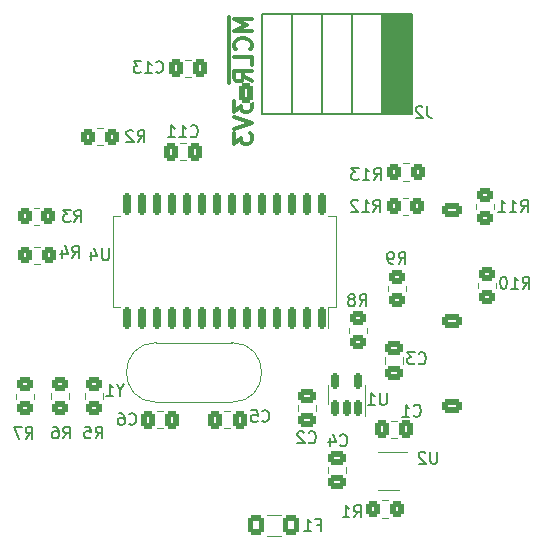
<source format=gbo>
%TF.GenerationSoftware,KiCad,Pcbnew,7.0.8*%
%TF.CreationDate,2024-04-14T14:59:09-04:00*%
%TF.ProjectId,vibBoard,76696242-6f61-4726-942e-6b696361645f,rev?*%
%TF.SameCoordinates,Original*%
%TF.FileFunction,Legend,Bot*%
%TF.FilePolarity,Positive*%
%FSLAX46Y46*%
G04 Gerber Fmt 4.6, Leading zero omitted, Abs format (unit mm)*
G04 Created by KiCad (PCBNEW 7.0.8) date 2024-04-14 14:59:09*
%MOMM*%
%LPD*%
G01*
G04 APERTURE LIST*
G04 Aperture macros list*
%AMRoundRect*
0 Rectangle with rounded corners*
0 $1 Rounding radius*
0 $2 $3 $4 $5 $6 $7 $8 $9 X,Y pos of 4 corners*
0 Add a 4 corners polygon primitive as box body*
4,1,4,$2,$3,$4,$5,$6,$7,$8,$9,$2,$3,0*
0 Add four circle primitives for the rounded corners*
1,1,$1+$1,$2,$3*
1,1,$1+$1,$4,$5*
1,1,$1+$1,$6,$7*
1,1,$1+$1,$8,$9*
0 Add four rect primitives between the rounded corners*
20,1,$1+$1,$2,$3,$4,$5,0*
20,1,$1+$1,$4,$5,$6,$7,0*
20,1,$1+$1,$6,$7,$8,$9,0*
20,1,$1+$1,$8,$9,$2,$3,0*%
G04 Aperture macros list end*
%ADD10C,0.300000*%
%ADD11C,0.150000*%
%ADD12C,0.120000*%
%ADD13C,3.800000*%
%ADD14C,1.000000*%
%ADD15RoundRect,0.250000X0.350000X0.625000X-0.350000X0.625000X-0.350000X-0.625000X0.350000X-0.625000X0*%
%ADD16O,1.200000X1.750000*%
%ADD17RoundRect,0.250000X0.625000X-0.350000X0.625000X0.350000X-0.625000X0.350000X-0.625000X-0.350000X0*%
%ADD18O,1.750000X1.200000*%
%ADD19C,5.600000*%
%ADD20RoundRect,0.250000X0.475000X-0.337500X0.475000X0.337500X-0.475000X0.337500X-0.475000X-0.337500X0*%
%ADD21RoundRect,0.250000X0.350000X0.450000X-0.350000X0.450000X-0.350000X-0.450000X0.350000X-0.450000X0*%
%ADD22RoundRect,0.250000X0.450000X-0.350000X0.450000X0.350000X-0.450000X0.350000X-0.450000X-0.350000X0*%
%ADD23RoundRect,0.250000X-0.450000X0.350000X-0.450000X-0.350000X0.450000X-0.350000X0.450000X0.350000X0*%
%ADD24RoundRect,0.250000X0.337500X0.475000X-0.337500X0.475000X-0.337500X-0.475000X0.337500X-0.475000X0*%
%ADD25RoundRect,0.250000X-0.475000X0.337500X-0.475000X-0.337500X0.475000X-0.337500X0.475000X0.337500X0*%
%ADD26RoundRect,0.250000X-0.337500X-0.475000X0.337500X-0.475000X0.337500X0.475000X-0.337500X0.475000X0*%
%ADD27R,1.560000X0.650000*%
%ADD28RoundRect,0.250000X-0.350000X-0.450000X0.350000X-0.450000X0.350000X0.450000X-0.350000X0.450000X0*%
%ADD29RoundRect,0.250001X-0.462499X-0.624999X0.462499X-0.624999X0.462499X0.624999X-0.462499X0.624999X0*%
%ADD30RoundRect,0.150000X0.150000X-0.750000X0.150000X0.750000X-0.150000X0.750000X-0.150000X-0.750000X0*%
%ADD31RoundRect,0.150000X0.150000X-0.512500X0.150000X0.512500X-0.150000X0.512500X-0.150000X-0.512500X0*%
%ADD32C,1.500000*%
%ADD33R,1.000000X2.000000*%
G04 APERTURE END LIST*
D10*
X150270428Y-93264510D02*
X148770428Y-93264510D01*
X148770428Y-93264510D02*
X149841857Y-93764510D01*
X149841857Y-93764510D02*
X148770428Y-94264510D01*
X148770428Y-94264510D02*
X150270428Y-94264510D01*
X150127571Y-95835939D02*
X150199000Y-95764511D01*
X150199000Y-95764511D02*
X150270428Y-95550225D01*
X150270428Y-95550225D02*
X150270428Y-95407368D01*
X150270428Y-95407368D02*
X150199000Y-95193082D01*
X150199000Y-95193082D02*
X150056142Y-95050225D01*
X150056142Y-95050225D02*
X149913285Y-94978796D01*
X149913285Y-94978796D02*
X149627571Y-94907368D01*
X149627571Y-94907368D02*
X149413285Y-94907368D01*
X149413285Y-94907368D02*
X149127571Y-94978796D01*
X149127571Y-94978796D02*
X148984714Y-95050225D01*
X148984714Y-95050225D02*
X148841857Y-95193082D01*
X148841857Y-95193082D02*
X148770428Y-95407368D01*
X148770428Y-95407368D02*
X148770428Y-95550225D01*
X148770428Y-95550225D02*
X148841857Y-95764511D01*
X148841857Y-95764511D02*
X148913285Y-95835939D01*
X150270428Y-97193082D02*
X150270428Y-96478796D01*
X150270428Y-96478796D02*
X148770428Y-96478796D01*
X150270428Y-98550225D02*
X149556142Y-98050225D01*
X150270428Y-97693082D02*
X148770428Y-97693082D01*
X148770428Y-97693082D02*
X148770428Y-98264511D01*
X148770428Y-98264511D02*
X148841857Y-98407368D01*
X148841857Y-98407368D02*
X148913285Y-98478797D01*
X148913285Y-98478797D02*
X149056142Y-98550225D01*
X149056142Y-98550225D02*
X149270428Y-98550225D01*
X149270428Y-98550225D02*
X149413285Y-98478797D01*
X149413285Y-98478797D02*
X149484714Y-98407368D01*
X149484714Y-98407368D02*
X149556142Y-98264511D01*
X149556142Y-98264511D02*
X149556142Y-97693082D01*
X148354000Y-93057368D02*
X148354000Y-98685940D01*
X148770428Y-100193082D02*
X148770428Y-101121654D01*
X148770428Y-101121654D02*
X149341857Y-100621654D01*
X149341857Y-100621654D02*
X149341857Y-100835939D01*
X149341857Y-100835939D02*
X149413285Y-100978797D01*
X149413285Y-100978797D02*
X149484714Y-101050225D01*
X149484714Y-101050225D02*
X149627571Y-101121654D01*
X149627571Y-101121654D02*
X149984714Y-101121654D01*
X149984714Y-101121654D02*
X150127571Y-101050225D01*
X150127571Y-101050225D02*
X150199000Y-100978797D01*
X150199000Y-100978797D02*
X150270428Y-100835939D01*
X150270428Y-100835939D02*
X150270428Y-100407368D01*
X150270428Y-100407368D02*
X150199000Y-100264511D01*
X150199000Y-100264511D02*
X150127571Y-100193082D01*
X148770428Y-101550225D02*
X150270428Y-102050225D01*
X150270428Y-102050225D02*
X148770428Y-102550225D01*
X148770428Y-102907367D02*
X148770428Y-103835939D01*
X148770428Y-103835939D02*
X149341857Y-103335939D01*
X149341857Y-103335939D02*
X149341857Y-103550224D01*
X149341857Y-103550224D02*
X149413285Y-103693082D01*
X149413285Y-103693082D02*
X149484714Y-103764510D01*
X149484714Y-103764510D02*
X149627571Y-103835939D01*
X149627571Y-103835939D02*
X149984714Y-103835939D01*
X149984714Y-103835939D02*
X150127571Y-103764510D01*
X150127571Y-103764510D02*
X150199000Y-103693082D01*
X150199000Y-103693082D02*
X150270428Y-103550224D01*
X150270428Y-103550224D02*
X150270428Y-103121653D01*
X150270428Y-103121653D02*
X150199000Y-102978796D01*
X150199000Y-102978796D02*
X150127571Y-102907367D01*
D11*
X164403066Y-122406580D02*
X164450685Y-122454200D01*
X164450685Y-122454200D02*
X164593542Y-122501819D01*
X164593542Y-122501819D02*
X164688780Y-122501819D01*
X164688780Y-122501819D02*
X164831637Y-122454200D01*
X164831637Y-122454200D02*
X164926875Y-122358961D01*
X164926875Y-122358961D02*
X164974494Y-122263723D01*
X164974494Y-122263723D02*
X165022113Y-122073247D01*
X165022113Y-122073247D02*
X165022113Y-121930390D01*
X165022113Y-121930390D02*
X164974494Y-121739914D01*
X164974494Y-121739914D02*
X164926875Y-121644676D01*
X164926875Y-121644676D02*
X164831637Y-121549438D01*
X164831637Y-121549438D02*
X164688780Y-121501819D01*
X164688780Y-121501819D02*
X164593542Y-121501819D01*
X164593542Y-121501819D02*
X164450685Y-121549438D01*
X164450685Y-121549438D02*
X164403066Y-121597057D01*
X164069732Y-121501819D02*
X163450685Y-121501819D01*
X163450685Y-121501819D02*
X163784018Y-121882771D01*
X163784018Y-121882771D02*
X163641161Y-121882771D01*
X163641161Y-121882771D02*
X163545923Y-121930390D01*
X163545923Y-121930390D02*
X163498304Y-121978009D01*
X163498304Y-121978009D02*
X163450685Y-122073247D01*
X163450685Y-122073247D02*
X163450685Y-122311342D01*
X163450685Y-122311342D02*
X163498304Y-122406580D01*
X163498304Y-122406580D02*
X163545923Y-122454200D01*
X163545923Y-122454200D02*
X163641161Y-122501819D01*
X163641161Y-122501819D02*
X163926875Y-122501819D01*
X163926875Y-122501819D02*
X164022113Y-122454200D01*
X164022113Y-122454200D02*
X164069732Y-122406580D01*
X135262666Y-110436819D02*
X135595999Y-109960628D01*
X135834094Y-110436819D02*
X135834094Y-109436819D01*
X135834094Y-109436819D02*
X135453142Y-109436819D01*
X135453142Y-109436819D02*
X135357904Y-109484438D01*
X135357904Y-109484438D02*
X135310285Y-109532057D01*
X135310285Y-109532057D02*
X135262666Y-109627295D01*
X135262666Y-109627295D02*
X135262666Y-109770152D01*
X135262666Y-109770152D02*
X135310285Y-109865390D01*
X135310285Y-109865390D02*
X135357904Y-109913009D01*
X135357904Y-109913009D02*
X135453142Y-109960628D01*
X135453142Y-109960628D02*
X135834094Y-109960628D01*
X134929332Y-109436819D02*
X134310285Y-109436819D01*
X134310285Y-109436819D02*
X134643618Y-109817771D01*
X134643618Y-109817771D02*
X134500761Y-109817771D01*
X134500761Y-109817771D02*
X134405523Y-109865390D01*
X134405523Y-109865390D02*
X134357904Y-109913009D01*
X134357904Y-109913009D02*
X134310285Y-110008247D01*
X134310285Y-110008247D02*
X134310285Y-110246342D01*
X134310285Y-110246342D02*
X134357904Y-110341580D01*
X134357904Y-110341580D02*
X134405523Y-110389200D01*
X134405523Y-110389200D02*
X134500761Y-110436819D01*
X134500761Y-110436819D02*
X134786475Y-110436819D01*
X134786475Y-110436819D02*
X134881713Y-110389200D01*
X134881713Y-110389200D02*
X134929332Y-110341580D01*
X173058057Y-109598619D02*
X173391390Y-109122428D01*
X173629485Y-109598619D02*
X173629485Y-108598619D01*
X173629485Y-108598619D02*
X173248533Y-108598619D01*
X173248533Y-108598619D02*
X173153295Y-108646238D01*
X173153295Y-108646238D02*
X173105676Y-108693857D01*
X173105676Y-108693857D02*
X173058057Y-108789095D01*
X173058057Y-108789095D02*
X173058057Y-108931952D01*
X173058057Y-108931952D02*
X173105676Y-109027190D01*
X173105676Y-109027190D02*
X173153295Y-109074809D01*
X173153295Y-109074809D02*
X173248533Y-109122428D01*
X173248533Y-109122428D02*
X173629485Y-109122428D01*
X172105676Y-109598619D02*
X172677104Y-109598619D01*
X172391390Y-109598619D02*
X172391390Y-108598619D01*
X172391390Y-108598619D02*
X172486628Y-108741476D01*
X172486628Y-108741476D02*
X172581866Y-108836714D01*
X172581866Y-108836714D02*
X172677104Y-108884333D01*
X171153295Y-109598619D02*
X171724723Y-109598619D01*
X171439009Y-109598619D02*
X171439009Y-108598619D01*
X171439009Y-108598619D02*
X171534247Y-108741476D01*
X171534247Y-108741476D02*
X171629485Y-108836714D01*
X171629485Y-108836714D02*
X171724723Y-108884333D01*
X173210457Y-116101019D02*
X173543790Y-115624828D01*
X173781885Y-116101019D02*
X173781885Y-115101019D01*
X173781885Y-115101019D02*
X173400933Y-115101019D01*
X173400933Y-115101019D02*
X173305695Y-115148638D01*
X173305695Y-115148638D02*
X173258076Y-115196257D01*
X173258076Y-115196257D02*
X173210457Y-115291495D01*
X173210457Y-115291495D02*
X173210457Y-115434352D01*
X173210457Y-115434352D02*
X173258076Y-115529590D01*
X173258076Y-115529590D02*
X173305695Y-115577209D01*
X173305695Y-115577209D02*
X173400933Y-115624828D01*
X173400933Y-115624828D02*
X173781885Y-115624828D01*
X172258076Y-116101019D02*
X172829504Y-116101019D01*
X172543790Y-116101019D02*
X172543790Y-115101019D01*
X172543790Y-115101019D02*
X172639028Y-115243876D01*
X172639028Y-115243876D02*
X172734266Y-115339114D01*
X172734266Y-115339114D02*
X172829504Y-115386733D01*
X171639028Y-115101019D02*
X171543790Y-115101019D01*
X171543790Y-115101019D02*
X171448552Y-115148638D01*
X171448552Y-115148638D02*
X171400933Y-115196257D01*
X171400933Y-115196257D02*
X171353314Y-115291495D01*
X171353314Y-115291495D02*
X171305695Y-115481971D01*
X171305695Y-115481971D02*
X171305695Y-115720066D01*
X171305695Y-115720066D02*
X171353314Y-115910542D01*
X171353314Y-115910542D02*
X171400933Y-116005780D01*
X171400933Y-116005780D02*
X171448552Y-116053400D01*
X171448552Y-116053400D02*
X171543790Y-116101019D01*
X171543790Y-116101019D02*
X171639028Y-116101019D01*
X171639028Y-116101019D02*
X171734266Y-116053400D01*
X171734266Y-116053400D02*
X171781885Y-116005780D01*
X171781885Y-116005780D02*
X171829504Y-115910542D01*
X171829504Y-115910542D02*
X171877123Y-115720066D01*
X171877123Y-115720066D02*
X171877123Y-115481971D01*
X171877123Y-115481971D02*
X171829504Y-115291495D01*
X171829504Y-115291495D02*
X171781885Y-115196257D01*
X171781885Y-115196257D02*
X171734266Y-115148638D01*
X171734266Y-115148638D02*
X171639028Y-115101019D01*
X134304066Y-128775619D02*
X134637399Y-128299428D01*
X134875494Y-128775619D02*
X134875494Y-127775619D01*
X134875494Y-127775619D02*
X134494542Y-127775619D01*
X134494542Y-127775619D02*
X134399304Y-127823238D01*
X134399304Y-127823238D02*
X134351685Y-127870857D01*
X134351685Y-127870857D02*
X134304066Y-127966095D01*
X134304066Y-127966095D02*
X134304066Y-128108952D01*
X134304066Y-128108952D02*
X134351685Y-128204190D01*
X134351685Y-128204190D02*
X134399304Y-128251809D01*
X134399304Y-128251809D02*
X134494542Y-128299428D01*
X134494542Y-128299428D02*
X134875494Y-128299428D01*
X133446923Y-127775619D02*
X133637399Y-127775619D01*
X133637399Y-127775619D02*
X133732637Y-127823238D01*
X133732637Y-127823238D02*
X133780256Y-127870857D01*
X133780256Y-127870857D02*
X133875494Y-128013714D01*
X133875494Y-128013714D02*
X133923113Y-128204190D01*
X133923113Y-128204190D02*
X133923113Y-128585142D01*
X133923113Y-128585142D02*
X133875494Y-128680380D01*
X133875494Y-128680380D02*
X133827875Y-128728000D01*
X133827875Y-128728000D02*
X133732637Y-128775619D01*
X133732637Y-128775619D02*
X133542161Y-128775619D01*
X133542161Y-128775619D02*
X133446923Y-128728000D01*
X133446923Y-128728000D02*
X133399304Y-128680380D01*
X133399304Y-128680380D02*
X133351685Y-128585142D01*
X133351685Y-128585142D02*
X133351685Y-128347047D01*
X133351685Y-128347047D02*
X133399304Y-128251809D01*
X133399304Y-128251809D02*
X133446923Y-128204190D01*
X133446923Y-128204190D02*
X133542161Y-128156571D01*
X133542161Y-128156571D02*
X133732637Y-128156571D01*
X133732637Y-128156571D02*
X133827875Y-128204190D01*
X133827875Y-128204190D02*
X133875494Y-128251809D01*
X133875494Y-128251809D02*
X133923113Y-128347047D01*
X139888166Y-127537380D02*
X139935785Y-127585000D01*
X139935785Y-127585000D02*
X140078642Y-127632619D01*
X140078642Y-127632619D02*
X140173880Y-127632619D01*
X140173880Y-127632619D02*
X140316737Y-127585000D01*
X140316737Y-127585000D02*
X140411975Y-127489761D01*
X140411975Y-127489761D02*
X140459594Y-127394523D01*
X140459594Y-127394523D02*
X140507213Y-127204047D01*
X140507213Y-127204047D02*
X140507213Y-127061190D01*
X140507213Y-127061190D02*
X140459594Y-126870714D01*
X140459594Y-126870714D02*
X140411975Y-126775476D01*
X140411975Y-126775476D02*
X140316737Y-126680238D01*
X140316737Y-126680238D02*
X140173880Y-126632619D01*
X140173880Y-126632619D02*
X140078642Y-126632619D01*
X140078642Y-126632619D02*
X139935785Y-126680238D01*
X139935785Y-126680238D02*
X139888166Y-126727857D01*
X139031023Y-126632619D02*
X139221499Y-126632619D01*
X139221499Y-126632619D02*
X139316737Y-126680238D01*
X139316737Y-126680238D02*
X139364356Y-126727857D01*
X139364356Y-126727857D02*
X139459594Y-126870714D01*
X139459594Y-126870714D02*
X139507213Y-127061190D01*
X139507213Y-127061190D02*
X139507213Y-127442142D01*
X139507213Y-127442142D02*
X139459594Y-127537380D01*
X139459594Y-127537380D02*
X139411975Y-127585000D01*
X139411975Y-127585000D02*
X139316737Y-127632619D01*
X139316737Y-127632619D02*
X139126261Y-127632619D01*
X139126261Y-127632619D02*
X139031023Y-127585000D01*
X139031023Y-127585000D02*
X138983404Y-127537380D01*
X138983404Y-127537380D02*
X138935785Y-127442142D01*
X138935785Y-127442142D02*
X138935785Y-127204047D01*
X138935785Y-127204047D02*
X138983404Y-127108809D01*
X138983404Y-127108809D02*
X139031023Y-127061190D01*
X139031023Y-127061190D02*
X139126261Y-127013571D01*
X139126261Y-127013571D02*
X139316737Y-127013571D01*
X139316737Y-127013571D02*
X139411975Y-127061190D01*
X139411975Y-127061190D02*
X139459594Y-127108809D01*
X139459594Y-127108809D02*
X139507213Y-127204047D01*
X155081266Y-129086780D02*
X155128885Y-129134400D01*
X155128885Y-129134400D02*
X155271742Y-129182019D01*
X155271742Y-129182019D02*
X155366980Y-129182019D01*
X155366980Y-129182019D02*
X155509837Y-129134400D01*
X155509837Y-129134400D02*
X155605075Y-129039161D01*
X155605075Y-129039161D02*
X155652694Y-128943923D01*
X155652694Y-128943923D02*
X155700313Y-128753447D01*
X155700313Y-128753447D02*
X155700313Y-128610590D01*
X155700313Y-128610590D02*
X155652694Y-128420114D01*
X155652694Y-128420114D02*
X155605075Y-128324876D01*
X155605075Y-128324876D02*
X155509837Y-128229638D01*
X155509837Y-128229638D02*
X155366980Y-128182019D01*
X155366980Y-128182019D02*
X155271742Y-128182019D01*
X155271742Y-128182019D02*
X155128885Y-128229638D01*
X155128885Y-128229638D02*
X155081266Y-128277257D01*
X154700313Y-128277257D02*
X154652694Y-128229638D01*
X154652694Y-128229638D02*
X154557456Y-128182019D01*
X154557456Y-128182019D02*
X154319361Y-128182019D01*
X154319361Y-128182019D02*
X154224123Y-128229638D01*
X154224123Y-128229638D02*
X154176504Y-128277257D01*
X154176504Y-128277257D02*
X154128885Y-128372495D01*
X154128885Y-128372495D02*
X154128885Y-128467733D01*
X154128885Y-128467733D02*
X154176504Y-128610590D01*
X154176504Y-128610590D02*
X154747932Y-129182019D01*
X154747932Y-129182019D02*
X154128885Y-129182019D01*
X142167757Y-97743180D02*
X142215376Y-97790800D01*
X142215376Y-97790800D02*
X142358233Y-97838419D01*
X142358233Y-97838419D02*
X142453471Y-97838419D01*
X142453471Y-97838419D02*
X142596328Y-97790800D01*
X142596328Y-97790800D02*
X142691566Y-97695561D01*
X142691566Y-97695561D02*
X142739185Y-97600323D01*
X142739185Y-97600323D02*
X142786804Y-97409847D01*
X142786804Y-97409847D02*
X142786804Y-97266990D01*
X142786804Y-97266990D02*
X142739185Y-97076514D01*
X142739185Y-97076514D02*
X142691566Y-96981276D01*
X142691566Y-96981276D02*
X142596328Y-96886038D01*
X142596328Y-96886038D02*
X142453471Y-96838419D01*
X142453471Y-96838419D02*
X142358233Y-96838419D01*
X142358233Y-96838419D02*
X142215376Y-96886038D01*
X142215376Y-96886038D02*
X142167757Y-96933657D01*
X141215376Y-97838419D02*
X141786804Y-97838419D01*
X141501090Y-97838419D02*
X141501090Y-96838419D01*
X141501090Y-96838419D02*
X141596328Y-96981276D01*
X141596328Y-96981276D02*
X141691566Y-97076514D01*
X141691566Y-97076514D02*
X141786804Y-97124133D01*
X140882042Y-96838419D02*
X140262995Y-96838419D01*
X140262995Y-96838419D02*
X140596328Y-97219371D01*
X140596328Y-97219371D02*
X140453471Y-97219371D01*
X140453471Y-97219371D02*
X140358233Y-97266990D01*
X140358233Y-97266990D02*
X140310614Y-97314609D01*
X140310614Y-97314609D02*
X140262995Y-97409847D01*
X140262995Y-97409847D02*
X140262995Y-97647942D01*
X140262995Y-97647942D02*
X140310614Y-97743180D01*
X140310614Y-97743180D02*
X140358233Y-97790800D01*
X140358233Y-97790800D02*
X140453471Y-97838419D01*
X140453471Y-97838419D02*
X140739185Y-97838419D01*
X140739185Y-97838419D02*
X140834423Y-97790800D01*
X140834423Y-97790800D02*
X140882042Y-97743180D01*
X159399266Y-117574219D02*
X159732599Y-117098028D01*
X159970694Y-117574219D02*
X159970694Y-116574219D01*
X159970694Y-116574219D02*
X159589742Y-116574219D01*
X159589742Y-116574219D02*
X159494504Y-116621838D01*
X159494504Y-116621838D02*
X159446885Y-116669457D01*
X159446885Y-116669457D02*
X159399266Y-116764695D01*
X159399266Y-116764695D02*
X159399266Y-116907552D01*
X159399266Y-116907552D02*
X159446885Y-117002790D01*
X159446885Y-117002790D02*
X159494504Y-117050409D01*
X159494504Y-117050409D02*
X159589742Y-117098028D01*
X159589742Y-117098028D02*
X159970694Y-117098028D01*
X158827837Y-117002790D02*
X158923075Y-116955171D01*
X158923075Y-116955171D02*
X158970694Y-116907552D01*
X158970694Y-116907552D02*
X159018313Y-116812314D01*
X159018313Y-116812314D02*
X159018313Y-116764695D01*
X159018313Y-116764695D02*
X158970694Y-116669457D01*
X158970694Y-116669457D02*
X158923075Y-116621838D01*
X158923075Y-116621838D02*
X158827837Y-116574219D01*
X158827837Y-116574219D02*
X158637361Y-116574219D01*
X158637361Y-116574219D02*
X158542123Y-116621838D01*
X158542123Y-116621838D02*
X158494504Y-116669457D01*
X158494504Y-116669457D02*
X158446885Y-116764695D01*
X158446885Y-116764695D02*
X158446885Y-116812314D01*
X158446885Y-116812314D02*
X158494504Y-116907552D01*
X158494504Y-116907552D02*
X158542123Y-116955171D01*
X158542123Y-116955171D02*
X158637361Y-117002790D01*
X158637361Y-117002790D02*
X158827837Y-117002790D01*
X158827837Y-117002790D02*
X158923075Y-117050409D01*
X158923075Y-117050409D02*
X158970694Y-117098028D01*
X158970694Y-117098028D02*
X159018313Y-117193266D01*
X159018313Y-117193266D02*
X159018313Y-117383742D01*
X159018313Y-117383742D02*
X158970694Y-117478980D01*
X158970694Y-117478980D02*
X158923075Y-117526600D01*
X158923075Y-117526600D02*
X158827837Y-117574219D01*
X158827837Y-117574219D02*
X158637361Y-117574219D01*
X158637361Y-117574219D02*
X158542123Y-117526600D01*
X158542123Y-117526600D02*
X158494504Y-117478980D01*
X158494504Y-117478980D02*
X158446885Y-117383742D01*
X158446885Y-117383742D02*
X158446885Y-117193266D01*
X158446885Y-117193266D02*
X158494504Y-117098028D01*
X158494504Y-117098028D02*
X158542123Y-117050409D01*
X158542123Y-117050409D02*
X158637361Y-117002790D01*
X137047266Y-128775619D02*
X137380599Y-128299428D01*
X137618694Y-128775619D02*
X137618694Y-127775619D01*
X137618694Y-127775619D02*
X137237742Y-127775619D01*
X137237742Y-127775619D02*
X137142504Y-127823238D01*
X137142504Y-127823238D02*
X137094885Y-127870857D01*
X137094885Y-127870857D02*
X137047266Y-127966095D01*
X137047266Y-127966095D02*
X137047266Y-128108952D01*
X137047266Y-128108952D02*
X137094885Y-128204190D01*
X137094885Y-128204190D02*
X137142504Y-128251809D01*
X137142504Y-128251809D02*
X137237742Y-128299428D01*
X137237742Y-128299428D02*
X137618694Y-128299428D01*
X136142504Y-127775619D02*
X136618694Y-127775619D01*
X136618694Y-127775619D02*
X136666313Y-128251809D01*
X136666313Y-128251809D02*
X136618694Y-128204190D01*
X136618694Y-128204190D02*
X136523456Y-128156571D01*
X136523456Y-128156571D02*
X136285361Y-128156571D01*
X136285361Y-128156571D02*
X136190123Y-128204190D01*
X136190123Y-128204190D02*
X136142504Y-128251809D01*
X136142504Y-128251809D02*
X136094885Y-128347047D01*
X136094885Y-128347047D02*
X136094885Y-128585142D01*
X136094885Y-128585142D02*
X136142504Y-128680380D01*
X136142504Y-128680380D02*
X136190123Y-128728000D01*
X136190123Y-128728000D02*
X136285361Y-128775619D01*
X136285361Y-128775619D02*
X136523456Y-128775619D01*
X136523456Y-128775619D02*
X136618694Y-128728000D01*
X136618694Y-128728000D02*
X136666313Y-128680380D01*
X162701266Y-113992819D02*
X163034599Y-113516628D01*
X163272694Y-113992819D02*
X163272694Y-112992819D01*
X163272694Y-112992819D02*
X162891742Y-112992819D01*
X162891742Y-112992819D02*
X162796504Y-113040438D01*
X162796504Y-113040438D02*
X162748885Y-113088057D01*
X162748885Y-113088057D02*
X162701266Y-113183295D01*
X162701266Y-113183295D02*
X162701266Y-113326152D01*
X162701266Y-113326152D02*
X162748885Y-113421390D01*
X162748885Y-113421390D02*
X162796504Y-113469009D01*
X162796504Y-113469009D02*
X162891742Y-113516628D01*
X162891742Y-113516628D02*
X163272694Y-113516628D01*
X162225075Y-113992819D02*
X162034599Y-113992819D01*
X162034599Y-113992819D02*
X161939361Y-113945200D01*
X161939361Y-113945200D02*
X161891742Y-113897580D01*
X161891742Y-113897580D02*
X161796504Y-113754723D01*
X161796504Y-113754723D02*
X161748885Y-113564247D01*
X161748885Y-113564247D02*
X161748885Y-113183295D01*
X161748885Y-113183295D02*
X161796504Y-113088057D01*
X161796504Y-113088057D02*
X161844123Y-113040438D01*
X161844123Y-113040438D02*
X161939361Y-112992819D01*
X161939361Y-112992819D02*
X162129837Y-112992819D01*
X162129837Y-112992819D02*
X162225075Y-113040438D01*
X162225075Y-113040438D02*
X162272694Y-113088057D01*
X162272694Y-113088057D02*
X162320313Y-113183295D01*
X162320313Y-113183295D02*
X162320313Y-113421390D01*
X162320313Y-113421390D02*
X162272694Y-113516628D01*
X162272694Y-113516628D02*
X162225075Y-113564247D01*
X162225075Y-113564247D02*
X162129837Y-113611866D01*
X162129837Y-113611866D02*
X161939361Y-113611866D01*
X161939361Y-113611866D02*
X161844123Y-113564247D01*
X161844123Y-113564247D02*
X161796504Y-113516628D01*
X161796504Y-113516628D02*
X161748885Y-113421390D01*
X160580057Y-109573219D02*
X160913390Y-109097028D01*
X161151485Y-109573219D02*
X161151485Y-108573219D01*
X161151485Y-108573219D02*
X160770533Y-108573219D01*
X160770533Y-108573219D02*
X160675295Y-108620838D01*
X160675295Y-108620838D02*
X160627676Y-108668457D01*
X160627676Y-108668457D02*
X160580057Y-108763695D01*
X160580057Y-108763695D02*
X160580057Y-108906552D01*
X160580057Y-108906552D02*
X160627676Y-109001790D01*
X160627676Y-109001790D02*
X160675295Y-109049409D01*
X160675295Y-109049409D02*
X160770533Y-109097028D01*
X160770533Y-109097028D02*
X161151485Y-109097028D01*
X159627676Y-109573219D02*
X160199104Y-109573219D01*
X159913390Y-109573219D02*
X159913390Y-108573219D01*
X159913390Y-108573219D02*
X160008628Y-108716076D01*
X160008628Y-108716076D02*
X160103866Y-108811314D01*
X160103866Y-108811314D02*
X160199104Y-108858933D01*
X159246723Y-108668457D02*
X159199104Y-108620838D01*
X159199104Y-108620838D02*
X159103866Y-108573219D01*
X159103866Y-108573219D02*
X158865771Y-108573219D01*
X158865771Y-108573219D02*
X158770533Y-108620838D01*
X158770533Y-108620838D02*
X158722914Y-108668457D01*
X158722914Y-108668457D02*
X158675295Y-108763695D01*
X158675295Y-108763695D02*
X158675295Y-108858933D01*
X158675295Y-108858933D02*
X158722914Y-109001790D01*
X158722914Y-109001790D02*
X159294342Y-109573219D01*
X159294342Y-109573219D02*
X158675295Y-109573219D01*
X140612666Y-103680419D02*
X140945999Y-103204228D01*
X141184094Y-103680419D02*
X141184094Y-102680419D01*
X141184094Y-102680419D02*
X140803142Y-102680419D01*
X140803142Y-102680419D02*
X140707904Y-102728038D01*
X140707904Y-102728038D02*
X140660285Y-102775657D01*
X140660285Y-102775657D02*
X140612666Y-102870895D01*
X140612666Y-102870895D02*
X140612666Y-103013752D01*
X140612666Y-103013752D02*
X140660285Y-103108990D01*
X140660285Y-103108990D02*
X140707904Y-103156609D01*
X140707904Y-103156609D02*
X140803142Y-103204228D01*
X140803142Y-103204228D02*
X141184094Y-103204228D01*
X140231713Y-102775657D02*
X140184094Y-102728038D01*
X140184094Y-102728038D02*
X140088856Y-102680419D01*
X140088856Y-102680419D02*
X139850761Y-102680419D01*
X139850761Y-102680419D02*
X139755523Y-102728038D01*
X139755523Y-102728038D02*
X139707904Y-102775657D01*
X139707904Y-102775657D02*
X139660285Y-102870895D01*
X139660285Y-102870895D02*
X139660285Y-102966133D01*
X139660285Y-102966133D02*
X139707904Y-103108990D01*
X139707904Y-103108990D02*
X140279332Y-103680419D01*
X140279332Y-103680419D02*
X139660285Y-103680419D01*
X165963504Y-129909219D02*
X165963504Y-130718742D01*
X165963504Y-130718742D02*
X165915885Y-130813980D01*
X165915885Y-130813980D02*
X165868266Y-130861600D01*
X165868266Y-130861600D02*
X165773028Y-130909219D01*
X165773028Y-130909219D02*
X165582552Y-130909219D01*
X165582552Y-130909219D02*
X165487314Y-130861600D01*
X165487314Y-130861600D02*
X165439695Y-130813980D01*
X165439695Y-130813980D02*
X165392076Y-130718742D01*
X165392076Y-130718742D02*
X165392076Y-129909219D01*
X164963504Y-130004457D02*
X164915885Y-129956838D01*
X164915885Y-129956838D02*
X164820647Y-129909219D01*
X164820647Y-129909219D02*
X164582552Y-129909219D01*
X164582552Y-129909219D02*
X164487314Y-129956838D01*
X164487314Y-129956838D02*
X164439695Y-130004457D01*
X164439695Y-130004457D02*
X164392076Y-130099695D01*
X164392076Y-130099695D02*
X164392076Y-130194933D01*
X164392076Y-130194933D02*
X164439695Y-130337790D01*
X164439695Y-130337790D02*
X165011123Y-130909219D01*
X165011123Y-130909219D02*
X164392076Y-130909219D01*
X145096557Y-103175180D02*
X145144176Y-103222800D01*
X145144176Y-103222800D02*
X145287033Y-103270419D01*
X145287033Y-103270419D02*
X145382271Y-103270419D01*
X145382271Y-103270419D02*
X145525128Y-103222800D01*
X145525128Y-103222800D02*
X145620366Y-103127561D01*
X145620366Y-103127561D02*
X145667985Y-103032323D01*
X145667985Y-103032323D02*
X145715604Y-102841847D01*
X145715604Y-102841847D02*
X145715604Y-102698990D01*
X145715604Y-102698990D02*
X145667985Y-102508514D01*
X145667985Y-102508514D02*
X145620366Y-102413276D01*
X145620366Y-102413276D02*
X145525128Y-102318038D01*
X145525128Y-102318038D02*
X145382271Y-102270419D01*
X145382271Y-102270419D02*
X145287033Y-102270419D01*
X145287033Y-102270419D02*
X145144176Y-102318038D01*
X145144176Y-102318038D02*
X145096557Y-102365657D01*
X144144176Y-103270419D02*
X144715604Y-103270419D01*
X144429890Y-103270419D02*
X144429890Y-102270419D01*
X144429890Y-102270419D02*
X144525128Y-102413276D01*
X144525128Y-102413276D02*
X144620366Y-102508514D01*
X144620366Y-102508514D02*
X144715604Y-102556133D01*
X143191795Y-103270419D02*
X143763223Y-103270419D01*
X143477509Y-103270419D02*
X143477509Y-102270419D01*
X143477509Y-102270419D02*
X143572747Y-102413276D01*
X143572747Y-102413276D02*
X143667985Y-102508514D01*
X143667985Y-102508514D02*
X143763223Y-102556133D01*
X160612057Y-106880819D02*
X160945390Y-106404628D01*
X161183485Y-106880819D02*
X161183485Y-105880819D01*
X161183485Y-105880819D02*
X160802533Y-105880819D01*
X160802533Y-105880819D02*
X160707295Y-105928438D01*
X160707295Y-105928438D02*
X160659676Y-105976057D01*
X160659676Y-105976057D02*
X160612057Y-106071295D01*
X160612057Y-106071295D02*
X160612057Y-106214152D01*
X160612057Y-106214152D02*
X160659676Y-106309390D01*
X160659676Y-106309390D02*
X160707295Y-106357009D01*
X160707295Y-106357009D02*
X160802533Y-106404628D01*
X160802533Y-106404628D02*
X161183485Y-106404628D01*
X159659676Y-106880819D02*
X160231104Y-106880819D01*
X159945390Y-106880819D02*
X159945390Y-105880819D01*
X159945390Y-105880819D02*
X160040628Y-106023676D01*
X160040628Y-106023676D02*
X160135866Y-106118914D01*
X160135866Y-106118914D02*
X160231104Y-106166533D01*
X159326342Y-105880819D02*
X158707295Y-105880819D01*
X158707295Y-105880819D02*
X159040628Y-106261771D01*
X159040628Y-106261771D02*
X158897771Y-106261771D01*
X158897771Y-106261771D02*
X158802533Y-106309390D01*
X158802533Y-106309390D02*
X158754914Y-106357009D01*
X158754914Y-106357009D02*
X158707295Y-106452247D01*
X158707295Y-106452247D02*
X158707295Y-106690342D01*
X158707295Y-106690342D02*
X158754914Y-106785580D01*
X158754914Y-106785580D02*
X158802533Y-106833200D01*
X158802533Y-106833200D02*
X158897771Y-106880819D01*
X158897771Y-106880819D02*
X159183485Y-106880819D01*
X159183485Y-106880819D02*
X159278723Y-106833200D01*
X159278723Y-106833200D02*
X159326342Y-106785580D01*
X155781333Y-136075009D02*
X156114666Y-136075009D01*
X156114666Y-136598819D02*
X156114666Y-135598819D01*
X156114666Y-135598819D02*
X155638476Y-135598819D01*
X154733714Y-136598819D02*
X155305142Y-136598819D01*
X155019428Y-136598819D02*
X155019428Y-135598819D01*
X155019428Y-135598819D02*
X155114666Y-135741676D01*
X155114666Y-135741676D02*
X155209904Y-135836914D01*
X155209904Y-135836914D02*
X155305142Y-135884533D01*
X138175904Y-112686819D02*
X138175904Y-113496342D01*
X138175904Y-113496342D02*
X138128285Y-113591580D01*
X138128285Y-113591580D02*
X138080666Y-113639200D01*
X138080666Y-113639200D02*
X137985428Y-113686819D01*
X137985428Y-113686819D02*
X137794952Y-113686819D01*
X137794952Y-113686819D02*
X137699714Y-113639200D01*
X137699714Y-113639200D02*
X137652095Y-113591580D01*
X137652095Y-113591580D02*
X137604476Y-113496342D01*
X137604476Y-113496342D02*
X137604476Y-112686819D01*
X136699714Y-113020152D02*
X136699714Y-113686819D01*
X136937809Y-112639200D02*
X137175904Y-113353485D01*
X137175904Y-113353485D02*
X136556857Y-113353485D01*
X135056666Y-113484819D02*
X135389999Y-113008628D01*
X135628094Y-113484819D02*
X135628094Y-112484819D01*
X135628094Y-112484819D02*
X135247142Y-112484819D01*
X135247142Y-112484819D02*
X135151904Y-112532438D01*
X135151904Y-112532438D02*
X135104285Y-112580057D01*
X135104285Y-112580057D02*
X135056666Y-112675295D01*
X135056666Y-112675295D02*
X135056666Y-112818152D01*
X135056666Y-112818152D02*
X135104285Y-112913390D01*
X135104285Y-112913390D02*
X135151904Y-112961009D01*
X135151904Y-112961009D02*
X135247142Y-113008628D01*
X135247142Y-113008628D02*
X135628094Y-113008628D01*
X134199523Y-112818152D02*
X134199523Y-113484819D01*
X134437618Y-112437200D02*
X134675713Y-113151485D01*
X134675713Y-113151485D02*
X134056666Y-113151485D01*
X158916666Y-135450819D02*
X159249999Y-134974628D01*
X159488094Y-135450819D02*
X159488094Y-134450819D01*
X159488094Y-134450819D02*
X159107142Y-134450819D01*
X159107142Y-134450819D02*
X159011904Y-134498438D01*
X159011904Y-134498438D02*
X158964285Y-134546057D01*
X158964285Y-134546057D02*
X158916666Y-134641295D01*
X158916666Y-134641295D02*
X158916666Y-134784152D01*
X158916666Y-134784152D02*
X158964285Y-134879390D01*
X158964285Y-134879390D02*
X159011904Y-134927009D01*
X159011904Y-134927009D02*
X159107142Y-134974628D01*
X159107142Y-134974628D02*
X159488094Y-134974628D01*
X157964285Y-135450819D02*
X158535713Y-135450819D01*
X158249999Y-135450819D02*
X158249999Y-134450819D01*
X158249999Y-134450819D02*
X158345237Y-134593676D01*
X158345237Y-134593676D02*
X158440475Y-134688914D01*
X158440475Y-134688914D02*
X158535713Y-134736533D01*
X163971266Y-126826180D02*
X164018885Y-126873800D01*
X164018885Y-126873800D02*
X164161742Y-126921419D01*
X164161742Y-126921419D02*
X164256980Y-126921419D01*
X164256980Y-126921419D02*
X164399837Y-126873800D01*
X164399837Y-126873800D02*
X164495075Y-126778561D01*
X164495075Y-126778561D02*
X164542694Y-126683323D01*
X164542694Y-126683323D02*
X164590313Y-126492847D01*
X164590313Y-126492847D02*
X164590313Y-126349990D01*
X164590313Y-126349990D02*
X164542694Y-126159514D01*
X164542694Y-126159514D02*
X164495075Y-126064276D01*
X164495075Y-126064276D02*
X164399837Y-125969038D01*
X164399837Y-125969038D02*
X164256980Y-125921419D01*
X164256980Y-125921419D02*
X164161742Y-125921419D01*
X164161742Y-125921419D02*
X164018885Y-125969038D01*
X164018885Y-125969038D02*
X163971266Y-126016657D01*
X163018885Y-126921419D02*
X163590313Y-126921419D01*
X163304599Y-126921419D02*
X163304599Y-125921419D01*
X163304599Y-125921419D02*
X163399837Y-126064276D01*
X163399837Y-126064276D02*
X163495075Y-126159514D01*
X163495075Y-126159514D02*
X163590313Y-126207133D01*
X131129066Y-128801019D02*
X131462399Y-128324828D01*
X131700494Y-128801019D02*
X131700494Y-127801019D01*
X131700494Y-127801019D02*
X131319542Y-127801019D01*
X131319542Y-127801019D02*
X131224304Y-127848638D01*
X131224304Y-127848638D02*
X131176685Y-127896257D01*
X131176685Y-127896257D02*
X131129066Y-127991495D01*
X131129066Y-127991495D02*
X131129066Y-128134352D01*
X131129066Y-128134352D02*
X131176685Y-128229590D01*
X131176685Y-128229590D02*
X131224304Y-128277209D01*
X131224304Y-128277209D02*
X131319542Y-128324828D01*
X131319542Y-128324828D02*
X131700494Y-128324828D01*
X130795732Y-127801019D02*
X130129066Y-127801019D01*
X130129066Y-127801019D02*
X130557637Y-128801019D01*
X161696304Y-124930819D02*
X161696304Y-125740342D01*
X161696304Y-125740342D02*
X161648685Y-125835580D01*
X161648685Y-125835580D02*
X161601066Y-125883200D01*
X161601066Y-125883200D02*
X161505828Y-125930819D01*
X161505828Y-125930819D02*
X161315352Y-125930819D01*
X161315352Y-125930819D02*
X161220114Y-125883200D01*
X161220114Y-125883200D02*
X161172495Y-125835580D01*
X161172495Y-125835580D02*
X161124876Y-125740342D01*
X161124876Y-125740342D02*
X161124876Y-124930819D01*
X160124876Y-125930819D02*
X160696304Y-125930819D01*
X160410590Y-125930819D02*
X160410590Y-124930819D01*
X160410590Y-124930819D02*
X160505828Y-125073676D01*
X160505828Y-125073676D02*
X160601066Y-125168914D01*
X160601066Y-125168914D02*
X160696304Y-125216533D01*
X151144266Y-127283380D02*
X151191885Y-127331000D01*
X151191885Y-127331000D02*
X151334742Y-127378619D01*
X151334742Y-127378619D02*
X151429980Y-127378619D01*
X151429980Y-127378619D02*
X151572837Y-127331000D01*
X151572837Y-127331000D02*
X151668075Y-127235761D01*
X151668075Y-127235761D02*
X151715694Y-127140523D01*
X151715694Y-127140523D02*
X151763313Y-126950047D01*
X151763313Y-126950047D02*
X151763313Y-126807190D01*
X151763313Y-126807190D02*
X151715694Y-126616714D01*
X151715694Y-126616714D02*
X151668075Y-126521476D01*
X151668075Y-126521476D02*
X151572837Y-126426238D01*
X151572837Y-126426238D02*
X151429980Y-126378619D01*
X151429980Y-126378619D02*
X151334742Y-126378619D01*
X151334742Y-126378619D02*
X151191885Y-126426238D01*
X151191885Y-126426238D02*
X151144266Y-126473857D01*
X150239504Y-126378619D02*
X150715694Y-126378619D01*
X150715694Y-126378619D02*
X150763313Y-126854809D01*
X150763313Y-126854809D02*
X150715694Y-126807190D01*
X150715694Y-126807190D02*
X150620456Y-126759571D01*
X150620456Y-126759571D02*
X150382361Y-126759571D01*
X150382361Y-126759571D02*
X150287123Y-126807190D01*
X150287123Y-126807190D02*
X150239504Y-126854809D01*
X150239504Y-126854809D02*
X150191885Y-126950047D01*
X150191885Y-126950047D02*
X150191885Y-127188142D01*
X150191885Y-127188142D02*
X150239504Y-127283380D01*
X150239504Y-127283380D02*
X150287123Y-127331000D01*
X150287123Y-127331000D02*
X150382361Y-127378619D01*
X150382361Y-127378619D02*
X150620456Y-127378619D01*
X150620456Y-127378619D02*
X150715694Y-127331000D01*
X150715694Y-127331000D02*
X150763313Y-127283380D01*
X157748266Y-129340780D02*
X157795885Y-129388400D01*
X157795885Y-129388400D02*
X157938742Y-129436019D01*
X157938742Y-129436019D02*
X158033980Y-129436019D01*
X158033980Y-129436019D02*
X158176837Y-129388400D01*
X158176837Y-129388400D02*
X158272075Y-129293161D01*
X158272075Y-129293161D02*
X158319694Y-129197923D01*
X158319694Y-129197923D02*
X158367313Y-129007447D01*
X158367313Y-129007447D02*
X158367313Y-128864590D01*
X158367313Y-128864590D02*
X158319694Y-128674114D01*
X158319694Y-128674114D02*
X158272075Y-128578876D01*
X158272075Y-128578876D02*
X158176837Y-128483638D01*
X158176837Y-128483638D02*
X158033980Y-128436019D01*
X158033980Y-128436019D02*
X157938742Y-128436019D01*
X157938742Y-128436019D02*
X157795885Y-128483638D01*
X157795885Y-128483638D02*
X157748266Y-128531257D01*
X156891123Y-128769352D02*
X156891123Y-129436019D01*
X157129218Y-128388400D02*
X157367313Y-129102685D01*
X157367313Y-129102685D02*
X156748266Y-129102685D01*
X139160190Y-124692628D02*
X139160190Y-125168819D01*
X139493523Y-124168819D02*
X139160190Y-124692628D01*
X139160190Y-124692628D02*
X138826857Y-124168819D01*
X137969714Y-125168819D02*
X138541142Y-125168819D01*
X138255428Y-125168819D02*
X138255428Y-124168819D01*
X138255428Y-124168819D02*
X138350666Y-124311676D01*
X138350666Y-124311676D02*
X138445904Y-124406914D01*
X138445904Y-124406914D02*
X138541142Y-124454533D01*
X165149333Y-100648419D02*
X165149333Y-101362704D01*
X165149333Y-101362704D02*
X165196952Y-101505561D01*
X165196952Y-101505561D02*
X165292190Y-101600800D01*
X165292190Y-101600800D02*
X165435047Y-101648419D01*
X165435047Y-101648419D02*
X165530285Y-101648419D01*
X164720761Y-100743657D02*
X164673142Y-100696038D01*
X164673142Y-100696038D02*
X164577904Y-100648419D01*
X164577904Y-100648419D02*
X164339809Y-100648419D01*
X164339809Y-100648419D02*
X164244571Y-100696038D01*
X164244571Y-100696038D02*
X164196952Y-100743657D01*
X164196952Y-100743657D02*
X164149333Y-100838895D01*
X164149333Y-100838895D02*
X164149333Y-100934133D01*
X164149333Y-100934133D02*
X164196952Y-101076990D01*
X164196952Y-101076990D02*
X164768380Y-101648419D01*
X164768380Y-101648419D02*
X164149333Y-101648419D01*
D12*
%TO.C,C3*%
X161571000Y-122435252D02*
X161571000Y-121912748D01*
X163041000Y-122435252D02*
X163041000Y-121912748D01*
%TO.C,R3*%
X132291064Y-110717000D02*
X131836936Y-110717000D01*
X132291064Y-109247000D02*
X131836936Y-109247000D01*
%TO.C,R11*%
X169292600Y-109380264D02*
X169292600Y-108926136D01*
X170762600Y-109380264D02*
X170762600Y-108926136D01*
%TO.C,R10*%
X169445000Y-116051064D02*
X169445000Y-115596936D01*
X170915000Y-116051064D02*
X170915000Y-115596936D01*
%TO.C,R6*%
X134759000Y-124958436D02*
X134759000Y-125412564D01*
X133289000Y-124958436D02*
X133289000Y-125412564D01*
%TO.C,C6*%
X142755252Y-127912800D02*
X142232748Y-127912800D01*
X142755252Y-126442800D02*
X142232748Y-126442800D01*
%TO.C,C2*%
X155675000Y-125955248D02*
X155675000Y-126477752D01*
X154205000Y-125955248D02*
X154205000Y-126477752D01*
%TO.C,C13*%
X144616448Y-96699400D02*
X145138952Y-96699400D01*
X144616448Y-98169400D02*
X145138952Y-98169400D01*
%TO.C,R8*%
X158523000Y-119845064D02*
X158523000Y-119390936D01*
X159993000Y-119845064D02*
X159993000Y-119390936D01*
%TO.C,R5*%
X137641000Y-124958436D02*
X137641000Y-125412564D01*
X136171000Y-124958436D02*
X136171000Y-125412564D01*
%TO.C,R9*%
X161825000Y-116321064D02*
X161825000Y-115866936D01*
X163295000Y-116321064D02*
X163295000Y-115866936D01*
%TO.C,R12*%
X163533064Y-109853400D02*
X163078936Y-109853400D01*
X163533064Y-108383400D02*
X163078936Y-108383400D01*
%TO.C,R2*%
X137641064Y-103960600D02*
X137186936Y-103960600D01*
X137641064Y-102490600D02*
X137186936Y-102490600D01*
%TO.C,U2*%
X162745000Y-133116000D02*
X160945000Y-133116000D01*
X160945000Y-129896000D02*
X163395000Y-129896000D01*
%TO.C,C11*%
X144714952Y-105230600D02*
X144192448Y-105230600D01*
X144714952Y-103760600D02*
X144192448Y-103760600D01*
%TO.C,R13*%
X163094936Y-105487800D02*
X163549064Y-105487800D01*
X163094936Y-106957800D02*
X163549064Y-106957800D01*
%TO.C,F1*%
X151543936Y-135234000D02*
X152748064Y-135234000D01*
X151543936Y-137054000D02*
X152748064Y-137054000D01*
%TO.C,U4*%
X138495000Y-117626000D02*
X139140000Y-117626000D01*
X156770000Y-117626000D02*
X156770000Y-119466000D01*
X157415000Y-117626000D02*
X156770000Y-117626000D01*
X138495000Y-113766000D02*
X138495000Y-117626000D01*
X138495000Y-113766000D02*
X138495000Y-109906000D01*
X157415000Y-113766000D02*
X157415000Y-117626000D01*
X157415000Y-113766000D02*
X157415000Y-109906000D01*
X138495000Y-109906000D02*
X139140000Y-109906000D01*
X157415000Y-109906000D02*
X156770000Y-109906000D01*
%TO.C,R4*%
X132323064Y-114019000D02*
X131868936Y-114019000D01*
X132323064Y-112549000D02*
X131868936Y-112549000D01*
%TO.C,R1*%
X161332936Y-134007000D02*
X161787064Y-134007000D01*
X161332936Y-135477000D02*
X161787064Y-135477000D01*
%TO.C,C1*%
X162044748Y-127281000D02*
X162567252Y-127281000D01*
X162044748Y-128751000D02*
X162567252Y-128751000D01*
%TO.C,R7*%
X131799000Y-124978936D02*
X131799000Y-125433064D01*
X130329000Y-124978936D02*
X130329000Y-125433064D01*
%TO.C,U1*%
X156748000Y-125089500D02*
X156748000Y-125889500D01*
X156748000Y-125089500D02*
X156748000Y-124289500D01*
X159868000Y-125089500D02*
X159868000Y-126889500D01*
X159868000Y-125089500D02*
X159868000Y-124289500D01*
%TO.C,C5*%
X147943848Y-126442800D02*
X148466352Y-126442800D01*
X147943848Y-127912800D02*
X148466352Y-127912800D01*
%TO.C,C4*%
X158215000Y-131183748D02*
X158215000Y-131706252D01*
X156745000Y-131183748D02*
X156745000Y-131706252D01*
%TO.C,Y1*%
X148588000Y-125715000D02*
X142188000Y-125715000D01*
X148588000Y-120665000D02*
X142188000Y-120665000D01*
X148588000Y-125715000D02*
G75*
G03*
X148588000Y-120665000I0J2525000D01*
G01*
X142188000Y-120665000D02*
G75*
G03*
X142188000Y-125715000I0J-2525000D01*
G01*
D11*
%TO.C,J2*%
X163800000Y-101333600D02*
X163800000Y-92833600D01*
X163800000Y-101333600D02*
X151100000Y-101333600D01*
X163800000Y-92833600D02*
X151100000Y-92833600D01*
X161260000Y-101333600D02*
X161260000Y-92833600D01*
X158720000Y-101333600D02*
X158720000Y-92833600D01*
X156180000Y-101333600D02*
X156180000Y-92833600D01*
X153640000Y-101333600D02*
X153640000Y-92833600D01*
X151100000Y-101333600D02*
X151100000Y-92833600D01*
X163749200Y-101269800D02*
X161310800Y-101269800D01*
X161310800Y-92887800D01*
X163749200Y-92887800D01*
X163749200Y-101269800D01*
G36*
X163749200Y-101269800D02*
G01*
X161310800Y-101269800D01*
X161310800Y-92887800D01*
X163749200Y-92887800D01*
X163749200Y-101269800D01*
G37*
%TD*%
%LPC*%
D13*
%TO.C,J1*%
X142354000Y-132080000D03*
X152654000Y-132080000D03*
D14*
X148754000Y-132080000D03*
X147504000Y-132080000D03*
X146254000Y-132080000D03*
X148754000Y-133330000D03*
X147504000Y-133330000D03*
X146254000Y-133330000D03*
%TD*%
D15*
%TO.C,J7*%
X149809200Y-99517200D03*
D16*
X147809200Y-99517200D03*
X145809200Y-99517200D03*
X143809200Y-99517200D03*
X141809200Y-99517200D03*
X139809200Y-99517200D03*
%TD*%
D17*
%TO.C,J5*%
X167222000Y-118856000D03*
D18*
X167222000Y-116856000D03*
X167222000Y-114856000D03*
%TD*%
D17*
%TO.C,J4*%
X167222000Y-126000000D03*
D18*
X167222000Y-124000000D03*
%TD*%
D19*
%TO.C,H3*%
X133350000Y-133350000D03*
%TD*%
D17*
%TO.C,J6*%
X167222000Y-109458000D03*
D18*
X167222000Y-107458000D03*
X167222000Y-105458000D03*
%TD*%
D19*
%TO.C,H1*%
X133350000Y-97790000D03*
%TD*%
%TO.C,H4*%
X168910000Y-133350000D03*
%TD*%
%TO.C,H2*%
X168910000Y-97790000D03*
%TD*%
D20*
%TO.C,C3*%
X162306000Y-123211500D03*
X162306000Y-121136500D03*
%TD*%
D21*
%TO.C,R3*%
X133064000Y-109982000D03*
X131064000Y-109982000D03*
%TD*%
D22*
%TO.C,R11*%
X170027600Y-110153200D03*
X170027600Y-108153200D03*
%TD*%
%TO.C,R10*%
X170180000Y-116824000D03*
X170180000Y-114824000D03*
%TD*%
D23*
%TO.C,R6*%
X134024000Y-124185500D03*
X134024000Y-126185500D03*
%TD*%
D24*
%TO.C,C6*%
X143531500Y-127177800D03*
X141456500Y-127177800D03*
%TD*%
D25*
%TO.C,C2*%
X154940000Y-125179000D03*
X154940000Y-127254000D03*
%TD*%
D26*
%TO.C,C13*%
X143840200Y-97434400D03*
X145915200Y-97434400D03*
%TD*%
D22*
%TO.C,R8*%
X159258000Y-120618000D03*
X159258000Y-118618000D03*
%TD*%
D23*
%TO.C,R5*%
X136906000Y-124185500D03*
X136906000Y-126185500D03*
%TD*%
D22*
%TO.C,R9*%
X162560000Y-117094000D03*
X162560000Y-115094000D03*
%TD*%
D21*
%TO.C,R12*%
X164306000Y-109118400D03*
X162306000Y-109118400D03*
%TD*%
%TO.C,R2*%
X138414000Y-103225600D03*
X136414000Y-103225600D03*
%TD*%
D27*
%TO.C,U2*%
X163195000Y-130556000D03*
X163195000Y-131506000D03*
X163195000Y-132456000D03*
X160495000Y-132456000D03*
X160495000Y-130556000D03*
%TD*%
D24*
%TO.C,C11*%
X145491200Y-104495600D03*
X143416200Y-104495600D03*
%TD*%
D28*
%TO.C,R13*%
X162322000Y-106222800D03*
X164322000Y-106222800D03*
%TD*%
D29*
%TO.C,F1*%
X150658500Y-136144000D03*
X153633500Y-136144000D03*
%TD*%
D30*
%TO.C,U4*%
X156210000Y-118566000D03*
X154940000Y-118566000D03*
X153670000Y-118566000D03*
X152400000Y-118566000D03*
X151130000Y-118566000D03*
X149860000Y-118566000D03*
X148590000Y-118566000D03*
X147320000Y-118566000D03*
X146050000Y-118566000D03*
X144780000Y-118566000D03*
X143510000Y-118566000D03*
X142240000Y-118566000D03*
X140970000Y-118566000D03*
X139700000Y-118566000D03*
X139700000Y-108966000D03*
X140970000Y-108966000D03*
X142240000Y-108966000D03*
X143510000Y-108966000D03*
X144780000Y-108966000D03*
X146050000Y-108966000D03*
X147320000Y-108966000D03*
X148590000Y-108966000D03*
X149860000Y-108966000D03*
X151130000Y-108966000D03*
X152400000Y-108966000D03*
X153670000Y-108966000D03*
X154940000Y-108966000D03*
X156210000Y-108966000D03*
%TD*%
D21*
%TO.C,R4*%
X133096000Y-113284000D03*
X131096000Y-113284000D03*
%TD*%
D28*
%TO.C,R1*%
X160560000Y-134742000D03*
X162560000Y-134742000D03*
%TD*%
D26*
%TO.C,C1*%
X161268500Y-128016000D03*
X163343500Y-128016000D03*
%TD*%
D23*
%TO.C,R7*%
X131064000Y-124206000D03*
X131064000Y-126206000D03*
%TD*%
D31*
%TO.C,U1*%
X159258000Y-126227000D03*
X158308000Y-126227000D03*
X157358000Y-126227000D03*
X157358000Y-123952000D03*
X159258000Y-123952000D03*
%TD*%
D26*
%TO.C,C5*%
X147167600Y-127177800D03*
X149242600Y-127177800D03*
%TD*%
D25*
%TO.C,C4*%
X157480000Y-130407500D03*
X157480000Y-132482500D03*
%TD*%
D32*
%TO.C,Y1*%
X147828000Y-123190000D03*
X142948000Y-123190000D03*
%TD*%
D33*
%TO.C,J2*%
X162530000Y-103733600D03*
X159990000Y-103733600D03*
X157450000Y-103733600D03*
X154910000Y-103733600D03*
X152370000Y-103733600D03*
%TD*%
%LPD*%
M02*

</source>
